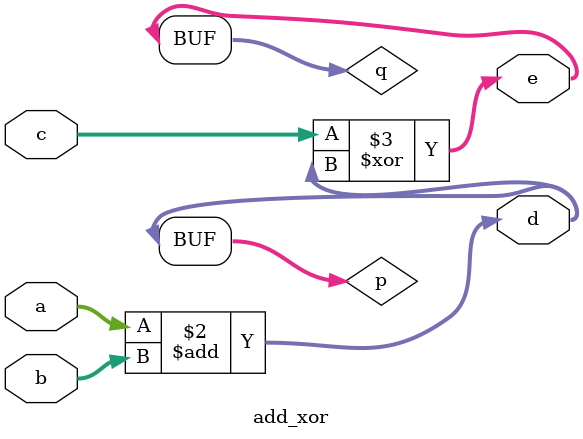
<source format=v>
`timescale 1ns / 1ps


module add_xor(input wire [31:0] a,
               input wire [31:0] b,
               input wire [31:0] c,
               output wire [31:0] d,
               output wire [31:0] e
    );

    //Intermediate Registers
    reg [31:0] p;
    reg [31:0] q;

    //Concurrent assignment of ports
    assign d = p;
    assign e = q;
    initial
        begin
            p = a + b;  //32 bit addition
            q = c ^ p;  //32 bit XOR         
        end
endmodule

</source>
